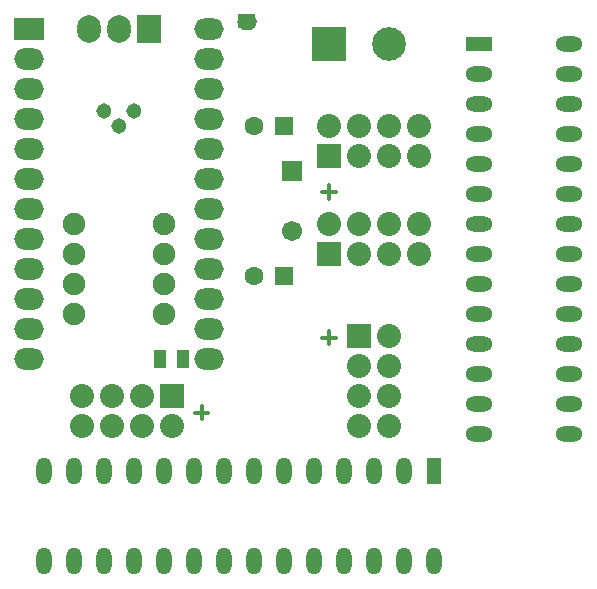
<source format=gts>
G04 #@! TF.FileFunction,Soldermask,Top*
%FSLAX46Y46*%
G04 Gerber Fmt 4.6, Leading zero omitted, Abs format (unit mm)*
G04 Created by KiCad (PCBNEW 4.0.2-stable) date 4-8-2016 15:29:53*
%MOMM*%
G01*
G04 APERTURE LIST*
%ADD10C,0.100000*%
%ADD11C,0.300000*%
%ADD12C,0.010000*%
%ADD13R,1.604800X1.604800*%
%ADD14C,1.604800*%
%ADD15R,2.504440X1.828800*%
%ADD16O,2.504440X1.828800*%
%ADD17O,2.501900X1.828800*%
%ADD18R,2.032000X2.032000*%
%ADD19O,2.032000X2.032000*%
%ADD20R,2.844800X2.844800*%
%ADD21C,2.844800*%
%ADD22R,2.032000X2.336800*%
%ADD23O,2.032000X2.336800*%
%ADD24C,1.305560*%
%ADD25O,1.904800X1.904800*%
%ADD26R,1.004800X1.604800*%
%ADD27R,2.304800X1.304800*%
%ADD28O,2.304800X1.304800*%
%ADD29R,1.304800X2.304800*%
%ADD30O,1.304800X2.304800*%
%ADD31R,0.558800X1.193800*%
%ADD32R,1.701800X1.701800*%
%ADD33C,1.701800*%
G04 APERTURE END LIST*
D10*
D11*
X85938572Y-115032143D02*
X87081429Y-115032143D01*
X86510000Y-115603571D02*
X86510000Y-114460714D01*
X96733572Y-108682143D02*
X97876429Y-108682143D01*
X97305000Y-109253571D02*
X97305000Y-108110714D01*
X96733572Y-96363143D02*
X97876429Y-96363143D01*
X97305000Y-96934571D02*
X97305000Y-95791714D01*
D12*
G36*
X90443392Y-81270995D02*
X90533452Y-81273468D01*
X90599168Y-81278926D01*
X90649535Y-81288462D01*
X90693543Y-81303170D01*
X90732750Y-81320593D01*
X90858105Y-81400979D01*
X90964741Y-81510105D01*
X91038043Y-81629833D01*
X91070414Y-81738743D01*
X91083855Y-81869039D01*
X91078559Y-82004340D01*
X91054721Y-82128264D01*
X91031406Y-82190750D01*
X90951020Y-82316105D01*
X90841894Y-82422741D01*
X90722166Y-82496043D01*
X90677867Y-82513523D01*
X90629827Y-82525617D01*
X90569287Y-82533263D01*
X90487489Y-82537397D01*
X90375673Y-82538957D01*
X90320000Y-82539070D01*
X90193574Y-82538284D01*
X90100704Y-82535303D01*
X90032631Y-82529189D01*
X89980595Y-82519004D01*
X89935839Y-82503813D01*
X89917833Y-82496043D01*
X89792557Y-82418361D01*
X89684502Y-82310588D01*
X89608593Y-82190750D01*
X89573642Y-82081643D01*
X89557118Y-81951260D01*
X89559211Y-81815980D01*
X89580118Y-81692187D01*
X89601956Y-81629833D01*
X89679638Y-81504557D01*
X89787411Y-81396502D01*
X89907250Y-81320593D01*
X89952932Y-81300619D01*
X89997316Y-81286748D01*
X90049391Y-81277885D01*
X90118151Y-81272939D01*
X90212586Y-81270815D01*
X90320000Y-81270413D01*
X90443392Y-81270995D01*
X90443392Y-81270995D01*
G37*
X90443392Y-81270995D02*
X90533452Y-81273468D01*
X90599168Y-81278926D01*
X90649535Y-81288462D01*
X90693543Y-81303170D01*
X90732750Y-81320593D01*
X90858105Y-81400979D01*
X90964741Y-81510105D01*
X91038043Y-81629833D01*
X91070414Y-81738743D01*
X91083855Y-81869039D01*
X91078559Y-82004340D01*
X91054721Y-82128264D01*
X91031406Y-82190750D01*
X90951020Y-82316105D01*
X90841894Y-82422741D01*
X90722166Y-82496043D01*
X90677867Y-82513523D01*
X90629827Y-82525617D01*
X90569287Y-82533263D01*
X90487489Y-82537397D01*
X90375673Y-82538957D01*
X90320000Y-82539070D01*
X90193574Y-82538284D01*
X90100704Y-82535303D01*
X90032631Y-82529189D01*
X89980595Y-82519004D01*
X89935839Y-82503813D01*
X89917833Y-82496043D01*
X89792557Y-82418361D01*
X89684502Y-82310588D01*
X89608593Y-82190750D01*
X89573642Y-82081643D01*
X89557118Y-81951260D01*
X89559211Y-81815980D01*
X89580118Y-81692187D01*
X89601956Y-81629833D01*
X89679638Y-81504557D01*
X89787411Y-81396502D01*
X89907250Y-81320593D01*
X89952932Y-81300619D01*
X89997316Y-81286748D01*
X90049391Y-81277885D01*
X90118151Y-81272939D01*
X90212586Y-81270815D01*
X90320000Y-81270413D01*
X90443392Y-81270995D01*
D13*
X93495000Y-103495000D03*
D14*
X90995000Y-103495000D03*
D13*
X93495000Y-90795000D03*
D14*
X90995000Y-90795000D03*
D15*
X71905000Y-82540000D03*
D16*
X71905000Y-85080000D03*
X71905000Y-87620000D03*
X71905000Y-90160000D03*
X71905000Y-92700000D03*
X71905000Y-95240000D03*
X71905000Y-97780000D03*
X71905000Y-100320000D03*
X71905000Y-102860000D03*
X71905000Y-105400000D03*
X71905000Y-107940000D03*
X71905000Y-110480000D03*
X87145000Y-110480000D03*
D17*
X87145000Y-107940000D03*
X87145000Y-105400000D03*
X87145000Y-102860000D03*
X87145000Y-100320000D03*
X87145000Y-97780000D03*
X87145000Y-95240000D03*
X87145000Y-92700000D03*
X87145000Y-90160000D03*
X87145000Y-87620000D03*
X87145000Y-85080000D03*
X87145000Y-82540000D03*
D18*
X97305000Y-93335000D03*
D19*
X97305000Y-90795000D03*
X99845000Y-93335000D03*
X99845000Y-90795000D03*
X102385000Y-93335000D03*
X102385000Y-90795000D03*
X104925000Y-93335000D03*
X104925000Y-90795000D03*
D20*
X97305000Y-83810000D03*
D21*
X102385000Y-83810000D03*
D18*
X97305000Y-101590000D03*
D19*
X97305000Y-99050000D03*
X99845000Y-101590000D03*
X99845000Y-99050000D03*
X102385000Y-101590000D03*
X102385000Y-99050000D03*
X104925000Y-101590000D03*
X104925000Y-99050000D03*
D22*
X82065000Y-82540000D03*
D23*
X79525000Y-82540000D03*
X76985000Y-82540000D03*
D18*
X99845000Y-108575000D03*
D19*
X102385000Y-108575000D03*
X99845000Y-111115000D03*
X102385000Y-111115000D03*
X99845000Y-113655000D03*
X102385000Y-113655000D03*
X99845000Y-116195000D03*
X102385000Y-116195000D03*
D18*
X83970000Y-113655000D03*
D19*
X83970000Y-116195000D03*
X81430000Y-113655000D03*
X81430000Y-116195000D03*
X78890000Y-113655000D03*
X78890000Y-116195000D03*
X76350000Y-113655000D03*
X76350000Y-116195000D03*
D24*
X79525000Y-90795000D03*
X78255000Y-89525000D03*
X80795000Y-89525000D03*
D25*
X75715000Y-99050000D03*
X75715000Y-101590000D03*
X75715000Y-104130000D03*
X75715000Y-106670000D03*
X83335000Y-106670000D03*
X83335000Y-104130000D03*
X83335000Y-101590000D03*
X83335000Y-99050000D03*
D26*
X83020000Y-110480000D03*
X84920000Y-110480000D03*
D27*
X110005000Y-83810000D03*
D28*
X110005000Y-86350000D03*
X110005000Y-88890000D03*
X110005000Y-91430000D03*
X110005000Y-93970000D03*
X110005000Y-96510000D03*
X110005000Y-99050000D03*
X110005000Y-101590000D03*
X110005000Y-104130000D03*
X110005000Y-106670000D03*
X110005000Y-109210000D03*
X110005000Y-111750000D03*
X110005000Y-114290000D03*
X110005000Y-116830000D03*
X117625000Y-116830000D03*
X117625000Y-114290000D03*
X117625000Y-111750000D03*
X117625000Y-109210000D03*
X117625000Y-106670000D03*
X117625000Y-104130000D03*
X117625000Y-101590000D03*
X117625000Y-99050000D03*
X117625000Y-96510000D03*
X117625000Y-93970000D03*
X117625000Y-91430000D03*
X117625000Y-88890000D03*
X117625000Y-86350000D03*
X117625000Y-83810000D03*
D29*
X106195000Y-120005000D03*
D30*
X103655000Y-120005000D03*
X101115000Y-120005000D03*
X98575000Y-120005000D03*
X96035000Y-120005000D03*
X93495000Y-120005000D03*
X90955000Y-120005000D03*
X88415000Y-120005000D03*
X85875000Y-120005000D03*
X83335000Y-120005000D03*
X80795000Y-120005000D03*
X78255000Y-120005000D03*
X75715000Y-120005000D03*
X73175000Y-120005000D03*
X73175000Y-127625000D03*
X75715000Y-127625000D03*
X78255000Y-127625000D03*
X80795000Y-127625000D03*
X83335000Y-127625000D03*
X85875000Y-127625000D03*
X88415000Y-127625000D03*
X90955000Y-127625000D03*
X93495000Y-127625000D03*
X96035000Y-127625000D03*
X98575000Y-127625000D03*
X101115000Y-127625000D03*
X103655000Y-127625000D03*
X106195000Y-127625000D03*
D31*
X89875500Y-81905000D03*
X90764500Y-81905000D03*
D32*
X94130000Y-94605000D03*
D33*
X94130000Y-99685000D03*
M02*

</source>
